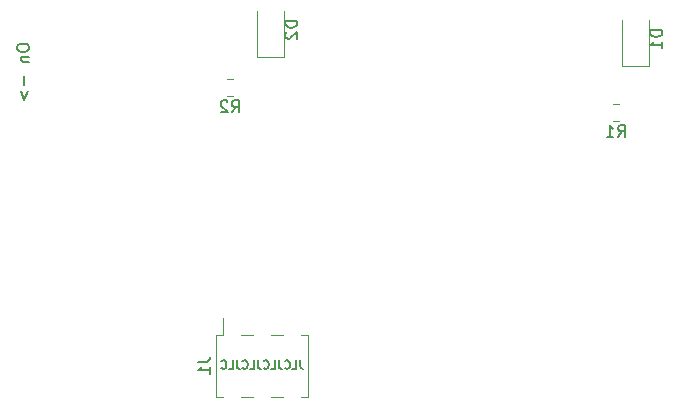
<source format=gbr>
G04 #@! TF.GenerationSoftware,KiCad,Pcbnew,5.1.2*
G04 #@! TF.CreationDate,2019-07-03T09:18:27-05:00*
G04 #@! TF.ProjectId,matrix-pills,6d617472-6978-42d7-9069-6c6c732e6b69,rev?*
G04 #@! TF.SameCoordinates,Original*
G04 #@! TF.FileFunction,Legend,Bot*
G04 #@! TF.FilePolarity,Positive*
%FSLAX46Y46*%
G04 Gerber Fmt 4.6, Leading zero omitted, Abs format (unit mm)*
G04 Created by KiCad (PCBNEW 5.1.2) date 2019-07-03 09:18:27*
%MOMM*%
%LPD*%
G04 APERTURE LIST*
%ADD10C,0.175000*%
%ADD11C,0.120000*%
%ADD12C,0.150000*%
G04 APERTURE END LIST*
D10*
X122933333Y-130516666D02*
X122933333Y-131016666D01*
X122966666Y-131116666D01*
X123033333Y-131183333D01*
X123133333Y-131216666D01*
X123200000Y-131216666D01*
X122266666Y-131216666D02*
X122600000Y-131216666D01*
X122600000Y-130516666D01*
X121633333Y-131150000D02*
X121666666Y-131183333D01*
X121766666Y-131216666D01*
X121833333Y-131216666D01*
X121933333Y-131183333D01*
X122000000Y-131116666D01*
X122033333Y-131050000D01*
X122066666Y-130916666D01*
X122066666Y-130816666D01*
X122033333Y-130683333D01*
X122000000Y-130616666D01*
X121933333Y-130550000D01*
X121833333Y-130516666D01*
X121766666Y-130516666D01*
X121666666Y-130550000D01*
X121633333Y-130583333D01*
X121133333Y-130516666D02*
X121133333Y-131016666D01*
X121166666Y-131116666D01*
X121233333Y-131183333D01*
X121333333Y-131216666D01*
X121400000Y-131216666D01*
X120466666Y-131216666D02*
X120800000Y-131216666D01*
X120800000Y-130516666D01*
X119833333Y-131150000D02*
X119866666Y-131183333D01*
X119966666Y-131216666D01*
X120033333Y-131216666D01*
X120133333Y-131183333D01*
X120200000Y-131116666D01*
X120233333Y-131050000D01*
X120266666Y-130916666D01*
X120266666Y-130816666D01*
X120233333Y-130683333D01*
X120200000Y-130616666D01*
X120133333Y-130550000D01*
X120033333Y-130516666D01*
X119966666Y-130516666D01*
X119866666Y-130550000D01*
X119833333Y-130583333D01*
X119333333Y-130516666D02*
X119333333Y-131016666D01*
X119366666Y-131116666D01*
X119433333Y-131183333D01*
X119533333Y-131216666D01*
X119600000Y-131216666D01*
X118666666Y-131216666D02*
X119000000Y-131216666D01*
X119000000Y-130516666D01*
X118033333Y-131150000D02*
X118066666Y-131183333D01*
X118166666Y-131216666D01*
X118233333Y-131216666D01*
X118333333Y-131183333D01*
X118400000Y-131116666D01*
X118433333Y-131050000D01*
X118466666Y-130916666D01*
X118466666Y-130816666D01*
X118433333Y-130683333D01*
X118400000Y-130616666D01*
X118333333Y-130550000D01*
X118233333Y-130516666D01*
X118166666Y-130516666D01*
X118066666Y-130550000D01*
X118033333Y-130583333D01*
X117533333Y-130516666D02*
X117533333Y-131016666D01*
X117566666Y-131116666D01*
X117633333Y-131183333D01*
X117733333Y-131216666D01*
X117800000Y-131216666D01*
X116866666Y-131216666D02*
X117200000Y-131216666D01*
X117200000Y-130516666D01*
X116233333Y-131150000D02*
X116266666Y-131183333D01*
X116366666Y-131216666D01*
X116433333Y-131216666D01*
X116533333Y-131183333D01*
X116600000Y-131116666D01*
X116633333Y-131050000D01*
X116666666Y-130916666D01*
X116666666Y-130816666D01*
X116633333Y-130683333D01*
X116600000Y-130616666D01*
X116533333Y-130550000D01*
X116433333Y-130516666D01*
X116366666Y-130516666D01*
X116266666Y-130550000D01*
X116233333Y-130583333D01*
D11*
X152435000Y-101700000D02*
X152435000Y-105585000D01*
X152435000Y-105585000D02*
X150165000Y-105585000D01*
X150165000Y-105585000D02*
X150165000Y-101700000D01*
X119265000Y-104785000D02*
X119265000Y-100900000D01*
X121535000Y-104785000D02*
X119265000Y-104785000D01*
X121535000Y-100900000D02*
X121535000Y-104785000D01*
X115830000Y-128375000D02*
X115830000Y-133575000D01*
X123570000Y-128375000D02*
X123570000Y-133575000D01*
X116400000Y-126935000D02*
X116400000Y-128375000D01*
X115830000Y-128375000D02*
X116400000Y-128375000D01*
X115830000Y-133575000D02*
X116400000Y-133575000D01*
X123000000Y-128375000D02*
X123570000Y-128375000D01*
X123000000Y-133575000D02*
X123570000Y-133575000D01*
X117920000Y-128375000D02*
X118940000Y-128375000D01*
X117920000Y-133575000D02*
X118940000Y-133575000D01*
X120460000Y-128375000D02*
X121480000Y-128375000D01*
X120460000Y-133575000D02*
X121480000Y-133575000D01*
X149403922Y-110210000D02*
X149921078Y-110210000D01*
X149403922Y-108790000D02*
X149921078Y-108790000D01*
X116703922Y-106690000D02*
X117221078Y-106690000D01*
X116703922Y-108110000D02*
X117221078Y-108110000D01*
D12*
X153572380Y-102561904D02*
X152572380Y-102561904D01*
X152572380Y-102800000D01*
X152620000Y-102942857D01*
X152715238Y-103038095D01*
X152810476Y-103085714D01*
X153000952Y-103133333D01*
X153143809Y-103133333D01*
X153334285Y-103085714D01*
X153429523Y-103038095D01*
X153524761Y-102942857D01*
X153572380Y-102800000D01*
X153572380Y-102561904D01*
X153572380Y-104085714D02*
X153572380Y-103514285D01*
X153572380Y-103800000D02*
X152572380Y-103800000D01*
X152715238Y-103704761D01*
X152810476Y-103609523D01*
X152858095Y-103514285D01*
X122672380Y-101761904D02*
X121672380Y-101761904D01*
X121672380Y-102000000D01*
X121720000Y-102142857D01*
X121815238Y-102238095D01*
X121910476Y-102285714D01*
X122100952Y-102333333D01*
X122243809Y-102333333D01*
X122434285Y-102285714D01*
X122529523Y-102238095D01*
X122624761Y-102142857D01*
X122672380Y-102000000D01*
X122672380Y-101761904D01*
X121767619Y-102714285D02*
X121720000Y-102761904D01*
X121672380Y-102857142D01*
X121672380Y-103095238D01*
X121720000Y-103190476D01*
X121767619Y-103238095D01*
X121862857Y-103285714D01*
X121958095Y-103285714D01*
X122100952Y-103238095D01*
X122672380Y-102666666D01*
X122672380Y-103285714D01*
X114282380Y-130641666D02*
X114996666Y-130641666D01*
X115139523Y-130594047D01*
X115234761Y-130498809D01*
X115282380Y-130355952D01*
X115282380Y-130260714D01*
X115282380Y-131641666D02*
X115282380Y-131070238D01*
X115282380Y-131355952D02*
X114282380Y-131355952D01*
X114425238Y-131260714D01*
X114520476Y-131165476D01*
X114568095Y-131070238D01*
X149829166Y-111602380D02*
X150162500Y-111126190D01*
X150400595Y-111602380D02*
X150400595Y-110602380D01*
X150019642Y-110602380D01*
X149924404Y-110650000D01*
X149876785Y-110697619D01*
X149829166Y-110792857D01*
X149829166Y-110935714D01*
X149876785Y-111030952D01*
X149924404Y-111078571D01*
X150019642Y-111126190D01*
X150400595Y-111126190D01*
X148876785Y-111602380D02*
X149448214Y-111602380D01*
X149162500Y-111602380D02*
X149162500Y-110602380D01*
X149257738Y-110745238D01*
X149352976Y-110840476D01*
X149448214Y-110888095D01*
X117129166Y-109502380D02*
X117462500Y-109026190D01*
X117700595Y-109502380D02*
X117700595Y-108502380D01*
X117319642Y-108502380D01*
X117224404Y-108550000D01*
X117176785Y-108597619D01*
X117129166Y-108692857D01*
X117129166Y-108835714D01*
X117176785Y-108930952D01*
X117224404Y-108978571D01*
X117319642Y-109026190D01*
X117700595Y-109026190D01*
X116748214Y-108597619D02*
X116700595Y-108550000D01*
X116605357Y-108502380D01*
X116367261Y-108502380D01*
X116272023Y-108550000D01*
X116224404Y-108597619D01*
X116176785Y-108692857D01*
X116176785Y-108788095D01*
X116224404Y-108930952D01*
X116795833Y-109502380D01*
X116176785Y-109502380D01*
X98952380Y-103933333D02*
X98952380Y-104123809D01*
X99000000Y-104219047D01*
X99095238Y-104314285D01*
X99285714Y-104361904D01*
X99619047Y-104361904D01*
X99809523Y-104314285D01*
X99904761Y-104219047D01*
X99952380Y-104123809D01*
X99952380Y-103933333D01*
X99904761Y-103838095D01*
X99809523Y-103742857D01*
X99619047Y-103695238D01*
X99285714Y-103695238D01*
X99095238Y-103742857D01*
X99000000Y-103838095D01*
X98952380Y-103933333D01*
X99285714Y-104790476D02*
X99952380Y-104790476D01*
X99380952Y-104790476D02*
X99333333Y-104838095D01*
X99285714Y-104933333D01*
X99285714Y-105076190D01*
X99333333Y-105171428D01*
X99428571Y-105219047D01*
X99952380Y-105219047D01*
X99571428Y-106457142D02*
X99571428Y-107219047D01*
X99285714Y-107695238D02*
X99571428Y-108457142D01*
X99857142Y-107695238D01*
M02*

</source>
